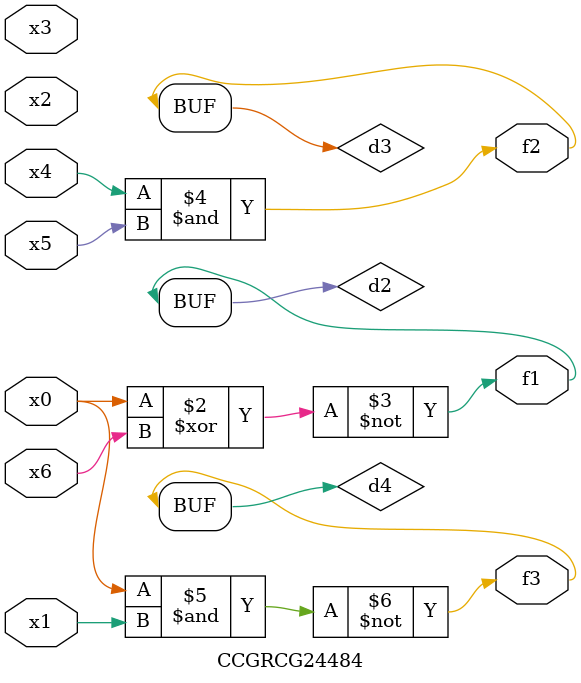
<source format=v>
module CCGRCG24484(
	input x0, x1, x2, x3, x4, x5, x6,
	output f1, f2, f3
);

	wire d1, d2, d3, d4;

	nor (d1, x0);
	xnor (d2, x0, x6);
	and (d3, x4, x5);
	nand (d4, x0, x1);
	assign f1 = d2;
	assign f2 = d3;
	assign f3 = d4;
endmodule

</source>
